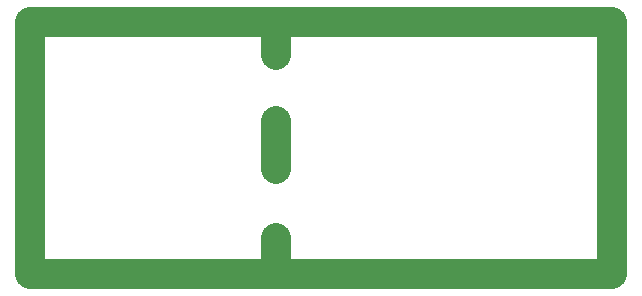
<source format=gko>
G04 #@! TF.FileFunction,Profile,NP*
%FSLAX46Y46*%
G04 Gerber Fmt 4.6, Leading zero omitted, Abs format (unit mm)*
G04 Created by KiCad (PCBNEW 0.201505220134+5676~23~ubuntu14.04.1-product) date Thu 25 Jun 2015 11:34:38 PM PDT*
%MOMM*%
G01*
G04 APERTURE LIST*
%ADD10C,0.100000*%
%ADD11C,2.540000*%
G04 APERTURE END LIST*
D10*
D11*
X148844000Y-103632000D02*
X176784000Y-103632000D01*
X177292000Y-82296000D02*
X148844000Y-82296000D01*
X148844000Y-102870000D02*
X148844000Y-100584000D01*
X148844000Y-90678000D02*
X148844000Y-94742000D01*
X148844000Y-83566000D02*
X148844000Y-85090000D01*
X148844000Y-103632000D02*
X128016000Y-103632000D01*
X128016000Y-82296000D02*
X128016000Y-103124000D01*
X148844000Y-82296000D02*
X128016000Y-82296000D01*
X148844000Y-82296000D02*
X148844000Y-83312000D01*
X177292000Y-103632000D02*
X177292000Y-82296000D01*
X176784000Y-103632000D02*
X177292000Y-103632000D01*
X148844000Y-103124000D02*
X148844000Y-103632000D01*
D10*
X147764500Y-84772500D02*
X147637500Y-84772500D01*
M02*

</source>
